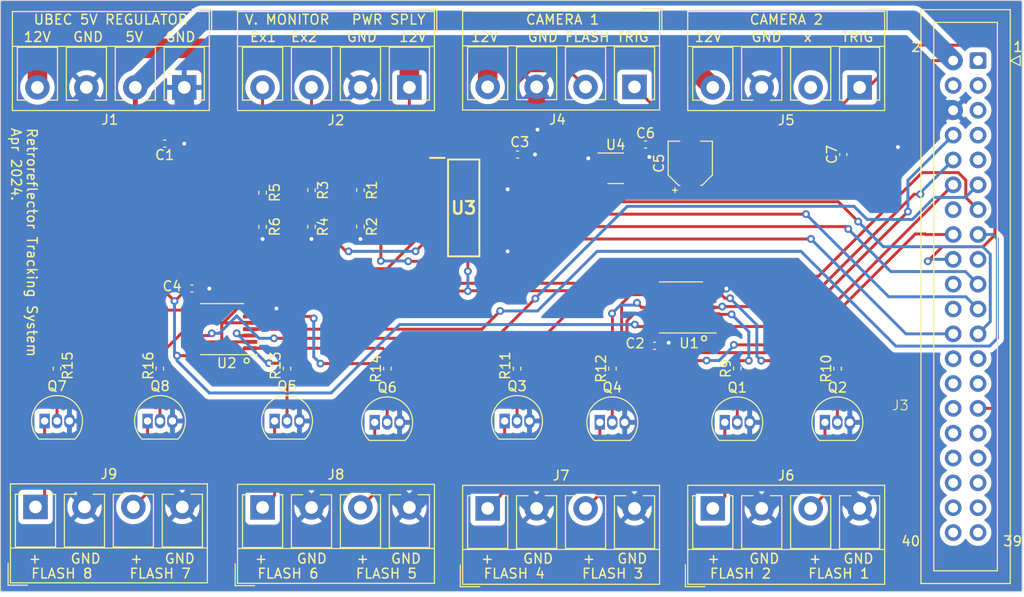
<source format=kicad_pcb>
(kicad_pcb (version 20221018) (generator pcbnew)
  (layers (0 "F.Cu" signal) (31 "B.Cu" signal) (34 "B.Paste" user) (35 "F.Paste" user) (36 "B.SilkS" user "B.Silkscreen") (37 "F.SilkS" user "F.Silkscreen") (38 "B.Mask" user) (39 "F.Mask" user) (44 "Edge.Cuts" user))
  (net 0 "")
  (net 1 "Net-(J1-Pin_2)")
  (net 2 "Net-(U3-Vref)")
  (net 3 "Net-(J1-Pin_4)")
  (net 4 "Net-(J2-Pin_3)")
  (net 5 "GND")
  (net 6 "Net-(J2-Pin_4)")
  (net 12 "Net-(J3-Pin_8)")
  (net 14 "Net-(J3-Pin_10)")
  (net 15 "Net-(J3-Pin_11)")
  (net 16 "Net-(J3-Pin_12)")
  (net 17 "Net-(J3-Pin_13)")
  (net 19 "Net-(J3-Pin_15)")
  (net 20 "Net-(J3-Pin_16)")
  (net 22 "Net-(J3-Pin_18)")
  (net 23 "Net-(J3-Pin_19)")
  (net 25 "Net-(J3-Pin_21)")
  (net 27 "Net-(J3-Pin_23)")
  (net 28 "Net-(J3-Pin_24)")
  (net 33 "Net-(J3-Pin_29)")
  (net 40 "Net-(R12-Pad2)")
  (net 46 "Net-(J4-Pin_2)")
  (net 48 "Net-(J6-Pin_1)")
  (net 49 "Net-(J6-Pin_3)")
  (net 50 "Net-(J7-Pin_1)")
  (net 51 "Net-(J7-Pin_3)")
  (net 52 "Net-(J8-Pin_1)")
  (net 53 "Net-(J8-Pin_3)")
  (net 54 "Net-(J9-Pin_1)")
  (net 55 "Net-(J9-Pin_3)")
  (net 56 "Net-(Q1-B)")
  (net 57 "Net-(Q2-B)")
  (net 58 "Net-(Q3-B)")
  (net 59 "Net-(Q4-B)")
  (net 60 "Net-(Q5-B)")
  (net 61 "Net-(Q6-B)")
  (net 62 "Net-(Q7-B)")
  (net 63 "Net-(Q8-B)")
  (net 64 "Net-(U3-CH7)")
  (net 65 "Net-(U3-CH6)")
  (net 66 "Net-(U3-CH5)")
  (net 67 "Net-(R9-Pad2)")
  (net 68 "Net-(R10-Pad2)")
  (net 69 "Net-(R11-Pad2)")
  (net 70 "Net-(R13-Pad2)")
  (net 71 "Net-(R14-Pad2)")
  (net 72 "Net-(R15-Pad2)")
  (net 73 "Net-(R16-Pad2)")
  (footprint "TerminalBlock_RND:TerminalBlock_RND_205-00278_1x04_P5.00mm_Vertical" (layer "F.Cu") (at 191 90.8)
    (fp_text reference "J7")
    (fp_text value "Screw_Terminal_01x04" hide)
  )
  (footprint "Capacitor_SMD:C_0402_1005Metric" (layer "F.Cu") (at 158 53.5 180)
    (fp_text reference "C1")
    (fp_text value "1uF")
  )
  (footprint "Package_TO_SOT_SMD:SOT-23-3" (layer "F.Cu") (at 204.078 56.018)
    (fp_text reference "U4")
    (fp_text value "MCP1541-TO")
  )
  (footprint "MCP3008_Project:SOIC127P600X175-16N" (layer "F.Cu") (at 188.55 60.075)
    (fp_text reference "U3")
    (fp_text value "MCP3008" hide)
  )
  (footprint "Resistor_SMD:R_0402_1005Metric" (layer "F.Cu") (at 180.75 76.5 90)
    (fp_text reference "R14")
    (fp_text value "560R")
  )
  (footprint "TerminalBlock_RND:TerminalBlock_RND_205-00278_1x04_P5.00mm_Vertical" (layer "F.Cu") (at 183 47.75 180)
    (fp_text reference "J2")
    (fp_text value "Screw_Terminal_01x04" hide)
  )
  (footprint "Resistor_SMD:R_0402_1005Metric" (layer "F.Cu") (at 203.75 76.5 90)
    (fp_text reference "R12")
    (fp_text value "560R")
  )
  (footprint "Package_TO_SOT_THT:TO-92_Inline" (layer "F.Cu") (at 202.46 82)
    (fp_text reference "Q4")
    (fp_text value "BC549")
  )
  (footprint "Capacitor_SMD:C_0402_1005Metric" (layer "F.Cu") (at 160.782 68.326)
    (fp_text reference "C4")
    (fp_text value "0.1uF" hide)
  )
  (footprint "Package_TO_SOT_THT:TO-92_Inline" (layer "F.Cu") (at 145.73 81.86)
    (fp_text reference "Q7")
    (fp_text value "BC549")
  )
  (footprint "Capacitor_SMD:C_0402_1005Metric" (layer "F.Cu") (at 208.054 74.168)
    (fp_text reference "C2")
    (fp_text value "0.1uF")
  )
  (footprint "TerminalBlock_RND:TerminalBlock_RND_205-00278_1x04_P5.00mm_Vertical" (layer "F.Cu") (at 144.8 90.65)
    (fp_text reference "J9")
    (fp_text value "Screw_Terminal_01x04" hide)
  )
  (footprint "Resistor_SMD:R_0402_1005Metric" (layer "F.Cu") (at 168 62.01 -90)
    (fp_text reference "R6")
    (fp_text value "56K")
  )
  (footprint "Package_TO_SOT_THT:TO-92_Inline" (layer "F.Cu") (at 179.46 82)
    (fp_text reference "Q6")
    (fp_text value "BC549")
  )
  (footprint "Resistor_SMD:R_0402_1005Metric" (layer "F.Cu") (at 178 58.26 -90)
    (fp_text reference "R1")
    (fp_text value "330K")
  )
  (footprint "Resistor_SMD:R_0402_1005Metric" (layer "F.Cu") (at 226.75 76.5 90)
    (fp_text reference "R10")
    (fp_text value "560R")
  )
  (footprint "Package_TO_SOT_THT:TO-92_Inline" (layer "F.Cu") (at 192.73 81.86)
    (fp_text reference "Q3")
    (fp_text value "BC549")
  )
  (footprint "TerminalBlock_RND:TerminalBlock_RND_205-00278_1x04_P5.00mm_Vertical" (layer "F.Cu") (at 160 47.75 180)
    (fp_text reference "J1")
    (fp_text value "Screw_Terminal_01x04" hide)
  )
  (footprint "Resistor_SMD:R_0402_1005Metric" (layer "F.Cu") (at 178 61.99 -90)
    (fp_text reference "R2")
    (fp_text value "56K")
  )
  (footprint "Resistor_SMD:R_0402_1005Metric" (layer "F.Cu") (at 173 58.26 -90)
    (fp_text reference "R3")
    (fp_text value "330K")
  )
  (footprint "Capacitor_SMD:C_0402_1005Metric" (layer "F.Cu") (at 207.126 53.594)
    (fp_text reference "C6")
    (fp_text value "0.1uF")
  )
  (footprint "Flipped_IDC_20x2:Flipped_IDC" (layer "F.Cu") (at 243.64 70.41)
    (fp_text reference "J3")
    (fp_text value "Conn_02x20_Odd_Even" hide)
  )
  (footprint "TerminalBlock_RND:TerminalBlock_RND_205-00278_1x04_P5.00mm_Vertical" (layer "F.Cu") (at 206 47.7 180)
    (fp_text reference "J4")
    (fp_text value "Screw_Terminal_01x04" hide)
  )
  (footprint "TerminalBlock_RND:TerminalBlock_RND_205-00278_1x04_P5.00mm_Vertical" (layer "F.Cu") (at 214 90.8)
    (fp_text reference "J6")
    (fp_text value "Screw_Terminal_01x04" hide)
  )
  (footprint "Resistor_SMD:R_0402_1005Metric" (layer "F.Cu") (at 170.5 76.5 90)
    (fp_text reference "R13")
    (fp_text value "560R")
  )
  (footprint "Package_TO_SOT_THT:TO-92_Inline" (layer "F.Cu") (at 169.23 81.86)
    (fp_text reference "Q5")
    (fp_text value "BC549")
  )
  (footprint "Package_SO:TSSOP-14_4.4x5mm_P0.65mm" (layer "F.Cu") (at 163.8625 72.472 180)
    (fp_text reference "U2")
    (fp_text value "74LS08")
  )
  (footprint "TerminalBlock_RND:TerminalBlock_RND_205-00278_1x04_P5.00mm_Vertical" (layer "F.Cu") (at 229 47.75 180)
    (fp_text reference "J5")
    (fp_text value "Screw_Terminal_01x04" hide)
  )
  (footprint "Package_SO:TSSOP-14_4.4x5mm_P0.65mm" (layer "F.Cu") (at 210.75 70.25 180)
    (fp_text reference "U1")
    (fp_text value "74LS08")
  )
  (footprint "Resistor_SMD:R_0402_1005Metric" (layer "F.Cu") (at 173 62 -90)
    (fp_text reference "R4")
    (fp_text value "56K")
  )
  (footprint "Resistor_SMD:R_0402_1005Metric" (layer "F.Cu") (at 168 58.51 -90)
    (fp_text reference "R5")
    (fp_text value "330K")
  )
  (footprint "Capacitor_SMD:C_0402_1005Metric" (layer "F.Cu") (at 227.33 54.61 90)
    (fp_text reference "C7")
    (fp_text value "0.1uF")
  )
  (footprint "Resistor_SMD:R_0402_1005Metric" (layer "F.Cu") (at 147 76.5 90)
    (fp_text reference "R15")
    (fp_text value "560R")
  )
  (footprint "Resistor_SMD:R_0402_1005Metric" (layer "F.Cu") (at 157.5 76.5 90)
    (fp_text reference "R16")
    (fp_text value "560R")
  )
  (footprint "Resistor_SMD:R_0402_1005Metric" (layer "F.Cu") (at 216.5 76.49 90)
    (fp_text reference "R9")
    (fp_text value "560R")
  )
  (footprint "Resistor_SMD:R_0402_1005Metric" (layer "F.Cu") (at 194 76.5 90)
    (fp_text reference "R11")
    (fp_text value "560R")
  )
  (footprint "Package_TO_SOT_THT:TO-92_Inline" (layer "F.Cu") (at 215.23 82)
    (fp_text reference "Q1")
    (fp_text value "BC549")
  )
  (footprint "Capacitor_SMD:CP_Elec_4x5.4" (layer "F.Cu") (at 211.698 55.51 90)
    (fp_text reference "C5")
    (fp_text value "10uF")
  )
  (footprint "Package_TO_SOT_THT:TO-92_Inline" (layer "F.Cu") (at 156.25 81.86)
    (fp_text reference "Q8")
    (fp_text value "BC549")
  )
  (footprint "Package_TO_SOT_THT:TO-92_Inline" (layer "F.Cu") (at 225.46 82)
    (fp_text reference "Q2")
    (fp_text value "BC549")
  )
  (footprint "TerminalBlock_RND:TerminalBlock_RND_205-00278_1x04_P5.00mm_Vertical" (layer "F.Cu") (at 168 90.7)
    (fp_text reference "J8")
    (fp_text value "Screw_Terminal_01x04" hide)
  )
  (footprint "Capacitor_SMD:C_0402_1005Metric" (layer "F.Cu") (at 194.056 54.61)
    (fp_text reference "C3")
    (fp_text value "0.1uF")
  )
  (gr_circle (center 213.106 73.406) (end 213.36 73.406) (stroke (width 0.15)) (fill none) (layer "F.SilkS"))
  (gr_circle (center 166.37 75.692) (end 166.624 75.692) (stroke (width 0.15)) (fill none) (layer "F.SilkS"))
  (gr_rect (start 141.224 38.862) (end 245.618 99.314) (stroke (width 0.1)) (fill none) (layer "Edge.Cuts"))
  (gr_rect (start 141.478 99.822) (end 141.478 99.822) (stroke (width 0.1)) (fill none) (layer "Edge.Cuts"))
  (gr_text "CAMERA 1" (at 194.818 41.402) (layer "F.SilkS") (effects (font (size 1 1)) (justify left bottom)))
  (gr_text "40" (at 233.172 94.742) (layer "F.SilkS") (effects (font (size 1 1)) (justify left bottom)))
  (gr_text "Retroreflector Tracking System\nApr 2024." (at 142.24 51.816 -90) (layer "F.SilkS") (effects (font (size 1 1)) (justify left bottom)))
  (gr_text " +    GND    +   GND" (at 189.484 96.52) (layer "F.SilkS") (effects (font (size 1 1)) (justify left bottom)))
  (gr_text "UBEC 5V REGULATOR" (at 144.526 41.402) (layer "F.SilkS") (effects (font (size 1 1)) (justify left bottom)))
  (gr_text "12V   GND   5V   GND" (at 143.51 43.18) (layer "F.SilkS") (effects (font (size 1 1)) (justify left bottom)))
  (gr_text " +    GND    +   GND" (at 212.598 96.52) (layer "F.SilkS") (effects (font (size 1 1)) (justify left bottom)))
  (gr_text "2" (at 234.188 44.196) (layer "F.SilkS") (effects (font (size 1 1)) (justify left bottom)))
  (gr_text "1" (at 244.602 44.196) (layer "F.SilkS") (effects (font (size 1 1)) (justify left bottom)))
  (gr_text "V. MONITOR   PWR SPLY" (at 166.116 41.402) (layer "F.SilkS") (effects (font (size 1 1)) (justify left bottom)))
  (gr_text " +    GND    +   GND" (at 166.37 96.52) (layer "F.SilkS") (effects (font (size 1 1)) (justify left bottom)))
  (gr_text "FLASH 8     FLASH 7" (at 144.272 98.044) (layer "F.SilkS") (effects (font (size 1 1)) (justify left bottom)))
  (gr_text " +    GND    +   GND" (at 143.256 96.52) (layer "F.SilkS") (effects (font (size 1 1)) (justify left bottom)))
  (gr_text " 12V    GND   x    TRIG" (at 211.299 43.18) (layer "F.SilkS") (effects (font (size 1 1)) (justify left bottom)))
  (gr_text "FLASH 6     FLASH 5" (at 167.386 98.044) (layer "F.SilkS") (effects (font (size 1 1)) (justify left bottom)))
  (gr_text "Ex1  Ex2    GND   12V  " (at 166.624 43.18) (layer "F.SilkS") (effects (font (size 1 1)) (justify left bottom)))
  (gr_text "FLASH 4     FLASH 3" (at 190.5 98.044) (layer "F.SilkS") (effects (font (size 1 1)) (justify left bottom)))
  (gr_text "39" (at 243.586 94.742) (layer "F.SilkS") (effects (font (size 1 1)) (justify left bottom)))
  (gr_text "FLASH 2     FLASH 1" (at 213.614 98.044) (layer "F.SilkS") (effects (font (size 1 1)) (justify left bottom)))
  (gr_text "CAMERA 2" (at 217.678 41.402) (layer "F.SilkS") (effects (font (size 1 1)) (justify left bottom)))
  (gr_text " 12V    GND FLASH TRIG" (at 188.439 43.18) (layer "F.SilkS") (effects (font (size 1 1)) (justify left bottom)))
  (segment (start 198.158325 53.47) (end 194.602325 53.47) (width 0.3) (layer "F.Cu") (net 1))
  (segment (start 236.45 45.01) (end 227.33 54.13) (width 0.3) (layer "F.Cu") (net 1))
  (segment (start 206.231 72.2) (end 206.0315 72.0005) (width 0.3) (layer "F.Cu") (net 1))
  (segment (start 206.646 54.5875) (end 206.646 52.462) (width 0.3) (layer "F.Cu") (net 1))
  (segment (start 206.872 56.018) (end 207.28 55.61) (width 0.3) (layer "F.Cu") (net 1))
  (segment (start 224.806 55.61) (end 226.286 54.13) (width 0.3) (layer "F.Cu") (net 1))
  (segment (start 194.602325 53.47) (end 193.576 54.496325) (width 0.3) (layer "F.Cu") (net 1))
  (segment (start 199.166325 52.462) (end 206.646 52.462) (width 0.3) (layer "F.Cu") (net 1))
  (segment (start 160.238 75.184) (end 161 74.422) (width 0.3) (layer "F.Cu") (net 1))
  (segment (start 159.258 75.184) (end 160.238 75.184) (width 0.3) (layer "F.Cu") (net 1))
  (segment (start 157.52 53.5) (end 157.52 68.112) (width 0.3) (layer "F.Cu") (net 1))
  (segment (start 199.166325 52.462) (end 198.158325 53.47) (width 0.3) (layer "F.Cu") (net 1))
  (segment (start 207.8875 72.2) (end 206.231 72.2) (width 0.3) (layer "F.Cu") (net 1))
  (segment (start 193.576 54.496325) (end 193.576 54.61) (width 0.3) (layer "F.Cu") (net 1))
  (segment (start 155 47.75) (end 155 50.98) (width 0.5) (layer "F.Cu") (net 1))
  (segment (start 207.8875 72.2) (end 207.574 72.5135) (width 0.3) (layer "F.Cu") (net 1))
  (segment (start 205.2155 56.018) (end 206.646 54.5875) (width 0.3) (layer "F.Cu") (net 1))
  (segment (start 238.56 45.01) (end 236.45 45.01) (width 0.3) (layer "F.Cu") (net 1))
  (segment (start 206.872 56.018) (end 205.2155 56.018) (width 0.3) (layer "F.Cu") (net 1))
  (segment (start 192.556 55.63) (end 193.576 54.61) (width 0.3) (layer "F.Cu") (net 1))
  (segment (start 191.25 55.63) (end 192.556 55.63) (width 0.3) (layer "F.Cu") (net 1))
  (segment (start 193.576 54.61) (end 193.576 54.723675) (width 0.3) (layer "F.Cu") (net 1))
  (segment (start 207.28 55.61) (end 224.806 55.61) (width 0.3) (layer "F.Cu") (net 1))
  (segment (start 159.004 69.596) (end 159.032 69.596) (width 0.3) (layer "F.Cu") (net 1))
  (segment (start 155 50.98) (end 157.52 53.5) (width 0.5) (layer "F.Cu") (net 1))
  (segment (start 157.52 68.112) (end 159.004 69.596) (width 0.3) (layer "F.Cu") (net 1))
  (segment (start 207.574 72.5135) (end 207.574 74.168) (width 0.3) (layer "F.Cu") (net 1))
  (segment (start 159.032 69.596) (end 160.302 68.326) (width 0.3) (layer "F.Cu") (net 1))
  (segment (start 226.286 54.13) (end 227.33 54.13) (width 0.3) (layer "F.Cu") (net 1))
  (via (at 206.0315 72.0005) (size 0.8) (drill 0.4) (layers "F.Cu" "B.Cu") (net 1))
  (via (at 159.004 69.596) (size 0.8) (drill 0.4) (layers "F.Cu" "B.Cu") (net 1))
  (via (at 159.258 75.184) (size 0.8) (drill 0.4) (layers "F.Cu" "B.Cu") (net 1))
  (segment (start 159.258 75.692) (end 159.258 75.184) (width 0.3) (layer "B.Cu") (net 1))
  (segment (start 181.9995 72.0005) (end 175.006 78.994) (width 0.3) (layer "B.Cu") (net 1))
  (segment (start 159.004 69.596) (end 159.004 73.914) (width 0.3) (layer "B.Cu") (net 1))
  (segment (start 161.856 40.894) (end 234.444 40.894) (width 2) (layer "B.Cu") (net 1))
  (segment (start 234.444 40.894) (end 238.56 45.01) (width 2) (layer "B.Cu") (net 1))
  (segment (start 155 47.75) (end 161.856 40.894) (width 2) (layer "B.Cu") (net 1))
  (segment (start 206.0315 72.0005) (end 181.9995 72.0005) (width 0.3) (layer "B.Cu") (net 1))
  (segment (start 159.004 73.914) (end 159.004 74.93) (width 0.3) (layer "B.Cu") (net 1))
  (segment (start 175.006 78.994) (end 162.56 78.994) (width 0.3) (layer "B.Cu") (net 1))
  (segment (start 159.004 74.93) (end 159.258 75.184) (width 0.3) (layer "B.Cu") (net 1))
  (segment (start 162.56 78.994) (end 159.258 75.692) (width 0.3) (layer "B.Cu") (net 1))
  (segment (start 211.698 57.31) (end 211.356 56.968) (width 0.3) (layer "F.Cu") (net 2))
  (segment (start 211.356 56.968) (end 202.9405 56.968) (width 0.3) (layer "F.Cu") (net 2))
  (segment (start 192.6 56.968) (end 192.532 56.9) (width 0.3) (layer "F.Cu") (net 2))
  (segment (start 203.023 57.0125) (end 203.073 57.0625) (width 0.5) (layer "F.Cu") (net 2))
  (segment (start 211.3605 57.0625) (end 211.4605 57.1625) (width 0.5) (layer "F.Cu") (net 2))
  (segment (start 192.532 56.9) (end 191.25 56.9) (width 0.3) (layer "F.Cu") (net 2))
  (segment (start 202.9405 56.968) (end 192.6 56.968) (width 0.3) (layer "F.Cu") (net 2))
  (segment (start 210 43.75) (end 189.992 43.75) (width 2) (layer "F.Cu") (net 3))
  (segment (start 178 57.75) (end 183 52.75) (width 0.3) (layer "F.Cu") (net 3))
  (segment (start 179.832 43.75) (end 146.75 43.75) (width 2) (layer "F.Cu") (net 3))
  (segment (start 145 45.5) (end 145 47.75) (width 2) (layer "F.Cu") (net 3))
  (segment (start 183 47.75) (end 183 45) (width 2) (layer "F.Cu") (net 3))
  (segment (start 183 52.75) (end 183 47.75) (width 0.3) (layer "F.Cu") (net 3))
  (segment (start 181.75 43.75) (end 179.832 43.75) (width 2) (layer "F.Cu") (net 3))
  (segment (start 214 47.75) (end 210 43.75) (width 2) (layer "F.Cu") (net 3))
  (segment (start 191 44.758) (end 189.992 43.75) (width 2) (layer "F.Cu") (net 3))
  (segment (start 183 45) (end 181.75 43.75) (width 2) (layer "F.Cu") (net 3))
  (segment (start 146.75 43.75) (end 145 45.5) (width 2) (layer "F.Cu") (net 3))
  (segment (start 189.992 43.75) (end 179.832 43.75) (width 2) (layer "F.Cu") (net 3))
  (segment (start 191 47.7) (end 191 44.758) (width 2) (layer "F.Cu") (net 3))
  (segment (start 173 57.75) (end 173 47.75) (width 0.3) (layer "F.Cu") (net 4))
  (segment (start 178 63.25) (end 178 62.5) (width 0.3) (layer "F.Cu") (net 5))
  (segment (start 195.27 81.86) (end 195.27 90.07) (width 0.3) (layer "F.Cu") (net 5))
  (segment (start 213.6125 68.3) (end 215.366 68.3) (width 0.3) (layer "F.Cu") (net 5))
  (segment (start 166.725 70.522) (end 169.254 70.522) (width 0.3) (layer "F.Cu") (net 5))
  (segment (start 211.698 53.71) (end 210.058 53.71) (width 0.3) (layer "F.Cu") (net 5))
  (segment (start 158.79 81.86) (end 158.79 89.64) (width 0.3) (layer "F.Cu") (net 5))
  (segment (start 208.534 74.168) (end 209.296 74.168) (width 0.3) (layer "F.Cu") (net 5))
  (segment (start 231.676 55.09) (end 232.918 53.848) (width 0.3) (layer "F.Cu") (net 5))
  (segment (start 209.55 73.914) (end 209.492668 73.856668) (width 0.3) (layer "F.Cu") (net 5))
  (segment (start 228 82) (end 228 89.8) (width 0.3) (layer "F.Cu") (net 5))
  (segment (start 171.77 81.86) (end 171.77 89.47) (width 0.3) (layer "F.Cu") (net 5))
  (segment (start 194.536 54.61) (end 195.834 54.61) (width 0.3) (layer "F.Cu") (net 5))
  (segment (start 169.254 70.522) (end 169.418 70.358) (width 0.3) (layer "F.Cu") (net 5))
  (segment (start 191.254 58.166) (end 191.25 58.17) (width 0.3) (layer "F.Cu") (net 5))
  (segment (start 201.35 55.068) (end 201.284 55.002) (width 0.3) (layer "F.Cu") (net 5))
  (segment (start 196 47.7) (end 196 51.982) (width 2) (layer "F.Cu") (net 5))
  (segment (start 168 62.52) (end 168 63.25) (width 0.3) (layer "F.Cu") (net 5))
  (segment (start 209.942 53.594) (end 210.058 53.71) (width 0.3) (layer "F.Cu") (net 5))
  (segment (start 207.606 54.7725) (end 207.518 54.8605) (width 0.3) (layer "F.Cu") (net 5))
  (segment (start 210.058 53.71) (end 209.898 53.71) (width 0.3) (layer "F.Cu") (net 5))
  (segment (start 195.27 90.07) (end 196 90.8) (width 0.3) (layer "F.Cu") (net 5))
  (segment (start 196 51.982) (end 196.088 52.07) (width 2) (layer "F.Cu") (net 5))
  (segment (start 158.79 89.64) (end 159.8 90.65) (width 0.3) (layer "F.Cu") (net 5))
  (segment (start 161.262 68.326) (end 162.56 68.326) (width 0.3) (layer "F.Cu") (net 5))
  (segment (start 228 89.8) (end 229 90.8) (width 0.3) (layer "F.Cu") (net 5))
  (segment (start 217.77 89.57) (end 219 90.8) (width 0.3) (layer "F.Cu") (net 5))
  (segment (start 148.27 89.12) (end 149.8 90.65) (width 0.3) (layer "F.Cu") (net 5))
  (segment (start 191.27 64.5) (end 191.25 64.52) (width 0.3) (layer "F.Cu") (net 5))
  (segment (start 171.77 89.47) (end 173 90.7) (width 0.3) (layer "F.Cu") (net 5))
  (segment (start 191.25 64.52) (end 193.036 64.52) (width 0.3) (layer "F.Cu") (net 5))
  (segment (start 207.606 53.594) (end 207.606 54.7725) (width 0.3) (layer "F.Cu") (net 5))
  (segment (start 177.28 48.47) (end 178 47.75) (width 0.3) (layer "F.Cu") (net 5))
  (segment (start 158.48 53.5) (end 160 53.5) (width 0.5) (layer "F.Cu") (net 5))
  (segment (start 182 89.7) (end 183 90.7) (width 0.3) (layer "F.Cu") (net 5))
  (segment (start 217.77 82) (end 217.77 89.57) (width 0.3) (layer "F.Cu") (net 5))
  (segment (start 182 82) (end 182 89.7) (width 0.3) (layer "F.Cu") (net 5))
  (segment (start 205 82) (end 205 89.8) (width 0.3) (layer "F.Cu") (net 5))
  (segment (start 209.296 74.168) (end 209.55 73.914) (width 0.3) (layer "F.Cu") (net 5))
  (segment (start 207.606 53.594) (end 209.942 53.594) (width 0.3) (layer "F.Cu") (net 5))
  (segment (start 148.27 81.86) (end 148.27 89.12) (width 0.3) (layer "F.Cu") (net 5))
  (segment (start 205 89.8) (end 206 90.8) (width 0.3) (layer "F.Cu") (net 5))
  (segment (start 193.036 64.52) (end 193.04 64.516) (width 0.3) (layer "F.Cu") (net 5))
  (segment (start 202.9405 55.068) (end 201.35 55.068) (width 0.3) (layer "F.Cu") (net 5))
  (segment (start 227.33 55.09) (end 231.676 55.09) (width 0.3) (layer "F.Cu") (net 5))
  (segment (start 215.366 68.3) (end 215.392 68.326) (width 0.3) (layer "F.Cu") (net 5))
  (segment (start 173 63.25) (end 173 62.51) (width 0.3) (layer "F.Cu") (net 5))
  (segment (start 193.04 58.166) (end 191.254 58.166) (width 0.3) (layer "F.Cu") (net 5))
  (via (at 168 63.25) (size 0.8) (drill 0.4) (layers "F.Cu" "B.Cu") (net 5))
  (via (at 215.392 68.326) (size 0.8) (drill 0.4) (layers "F.Cu" "B.Cu") (net 5))
  (via (at 160 53.5) (size 0.8) (drill 0.4) (layers "F.Cu" "B.Cu") (net 5))
  (via (at 196.088 52.07) (size 0.8) (drill 0.4) (layers "F.Cu" "B.Cu") (net 5))
  (via (at 209.492668 73.856668) (size 0.8) (drill 0.4) (layers "F.Cu" "B.Cu") (net 5))
  (via (at 169.418 70.358) (size 0.8) (drill 0.4) (layers "F.Cu" "B.Cu") (net 5))
  (via (at 232.918 53.848) (size 0.8) (drill 0.4) (layers "F.Cu" "B.Cu") (net 5))
  (via (at 201.284 55.002) (size 0.8) (drill 0.4) (layers "F.Cu" "B.Cu") (net 5))
  (via (at 162.56 68.326) (size 0.8) (drill 0.4) (layers "F.Cu" "B.Cu") (net 5))
  (via (at 193.04 64.516) (size 0.8) (drill 0.4) (layers "F.Cu" "B.Cu") (net 5))
  (via (at 195.834 54.61) (size 0.8) (drill 0.4) (layers "F.Cu" "B.Cu") (net 5))
  (via (at 193.04 58.166) (size 0.8) (drill 0.4) (layers "F.Cu" "B.Cu") (net 5))
  (via (at 173 63.25) (size 0.8) (drill 0.4) (layers "F.Cu" "B.Cu") (net 5))
  (via (at 178 63.25) (size 0.8) (drill 0.4) (layers "F.Cu" "B.Cu") (net 5))
  (via (at 207.518 54.8605) (size 0.8) (drill 0.4) (layers "F.Cu" "B.Cu") (net 5))
  (segment (start 219 47.75) (end 219 51.764) (width 2) (layer "B.Cu") (net 5))
  (segment (start 207.518 54.8605) (end 206.2515 54.8605) (width 0.3) (layer "B.Cu") (net 5))
  (segment (start 201.284 55.002) (end 199.02 55.002) (width 0.3) (layer "B.Cu") (net 5))
  (segment (start 168 63.25) (end 173 63.25) (width 0.3) (layer "B.Cu") (net 5))
  (segment (start 226.5 88.3) (end 229 90.8) (width 2) (layer "B.Cu") (net 5))
  (segment (start 196 90.8) (end 198.5 88.3) (width 2) (layer "B.Cu") (net 5))
  (segment (start 157.3 88.15) (end 159.8 90.65) (width 2) (layer "B.Cu") (net 5))
  (segment (start 209.492668 73.856668) (end 209.861332 73.856668) (width 0.3) (layer "B.Cu") (net 5))
  (segment (start 199.02 55.002) (end 196.088 52.07) (width 0.3) (layer "B.Cu") (net 5))
  (segment (start 168 63.25) (end 160 55.25) (width 0.3) (layer "B.Cu") (net 5))
  (segment (start 195.834 55.372) (end 193.04 58.166) (width 0.3) (layer "B.Cu") (net 5))
  (segment (start 149.8 90.65) (end 152.3 88.15) (width 2) (layer "B.Cu") (net 5))
  (segment (start 206.11 55.002) (end 201.284 55.002) (width 0.3) (layer "B.Cu") (net 5))
  (segment (start 206.2515 54.8605) (end 206.11 55.002) (width 0.3) (layer "B.Cu") (net 5))
  (segment (start 159.25 51) (end 151 51) (width 2) (layer "B.Cu") (net 5))
  (segment (start 170.5 88.2) (end 173 90.7) (width 2) (layer "B.Cu") (net 5))
  (segment (start 150 47.75) (end 150 90.45) (width 2) (layer "B.Cu") (net 5))
  (segment (start 185.4 88.3) (end 193.5 88.3) (width 2) (layer "B.Cu") (net 5))
  (segment (start 215.915094 68.326) (end 222.758 75.168906) (width 0.3) (layer "B.Cu") (net 5))
  (segment (start 173 63.25) (end 178 63.25) (width 0.3) (layer "B.Cu") (net 5))
  (segment (start 160.5 52.25) (end 159.25 51) (width 2) (layer "B.Cu") (net 5))
  (segment (start 178 52.25) (end 160.5 52.25) (width 2) (layer "B.Cu") (net 5))
  (segment (start 162.56 68.326) (end 167.636 63.25) (width 0.3) (layer "B.Cu") (net 5))
  (segment (start 173 90.7) (end 175.5 88.2) (width 2) (layer "B.Cu") (net 5))
  (segment (start 238.558 50.09) (end 238.506 50.038) (width 2) (layer "B.Cu") (net 5))
  (segment (start 160 53.5) (end 160 47.75) (width 0.5) (layer "B.Cu") (net 5))
  (segment (start 230.834 51.764) (end 232.918 53.848) (width 2) (layer "B.Cu") (net 5))
  (segment (start 167.636 63.25) (end 168 63.25) (width 0.3) (layer "B.Cu") (net 5))
  (segment (start 150 50) (end 150 47.75) (width 2) (layer "B.Cu") (net 5))
  (segment (start 150 90.45) (end 149.8 90.65) (width 2) (layer "B.Cu") (net 5))
  (segment (start 209.861332 73.856668) (end 215.392 68.326) (width 0.3) (layer "B.Cu") (net 5))
  (segment (start 215.392 68.326) (end 215.915094 68.326) (width 0.3) (layer "B.Cu") (net 5))
  (segment (start 221.5 88.3) (end 222.758 88.3) (width 2) (layer "B.Cu") (net 5))
  (segment (start 178 52.25) (end 195.908 52.25) (width 2) (layer "B.Cu") (net 5))
  (segment (start 193.04 64.516) (end 193.04 58.166) (width 0.3) (layer "B.Cu") (net 5))
  (segment (start 195.834 54.61) (end 195.834 52.324) (width 0.3) (layer "B.Cu") (net 5))
  (segment (start 216.5 88.3) (end 219 90.8) (width 2) (layer "B.Cu") (net 5))
  (segment (start 219 51.764) (end 196.394 51.764) (width 2) (layer "B.Cu") (net 5))
  (segment (start 180.5 88.2) (end 183 90.7) (width 2) (layer "B.Cu") (net 5))
  (segment (start 160 50.25) (end 159.25 51) (width 2) (layer "B.Cu") (net 5))
  (segment (start 160 55.25) (end 160 53.5) (width 0.3) (layer "B.Cu") (net 5))
  (segment (start 183 90.7) (end 185.4 88.3) (width 2) (layer "B.Cu") (net 5))
  (segment (start 195.834 52.324) (end 196.088 52.07) (width 0.3) (layer "B.Cu") (net 5))
  (segment (start 175.5 88.2) (end 180.5 88.2) (width 2) (layer "B.Cu") (net 5))
  (segment (start 159.8 90.65) (end 162.25 88.2) (width 2) (layer "B.Cu") (net 5))
  (segment (start 208.5 88.3) (end 216.5 88.3) (width 2) (layer "B.Cu") (net 5))
  (segment (start 169.418 64.668) (end 168 63.25) (width 0.3) (layer "B.Cu") (net 5))
  (segment (start 195.834 54.61) (end 195.834 55.372) (width 0.3) (layer "B.Cu") (net 5))
  (segment (start 236.728 50.038) (end 232.918 53.848) (width 2) (layer "B.Cu") (net 5))
  (segment (start 160 47.75) (end 160 50.25) (width 2) (layer "B.Cu") (net 5))
  (segment (start 238.56 50.09) (end 238.558 50.09) (width 2) (layer "B.Cu") (net 5))
  (segment (start 198.5 88.3) (end 203.5 88.3) (width 2) (layer "B.Cu") (net 5))
  (segment (start 151 51) (end 150 50) (width 2) (layer "B.Cu") (net 5))
  (segment (start 222.758 75.168906) (end 222.758 88.3) (width 0.3) (layer "B.Cu") (net 5))
  (segment (start 219 51.764) (end 230.834 51.764) (width 2) (layer "B.Cu") (net 5))
  (segment (start 195.908 52.25) (end 196.088 52.07) (width 2) (layer "B.Cu") (net 5))
  (segment (start 222.758 88.3) (end 226.5 88.3) (width 2) (layer "B.Cu") (net 5))
  (segment (start 162.25 88.2) (end 170.5 88.2) (width 2) (layer "B.Cu") (net 5))
  (segment (start 169.418 70.358) (end 169.418 64.668) (width 0.3) (layer "B.Cu") (net 5))
  (segment (start 196.394 51.764) (end 196.088 52.07) (width 2) (layer "B.Cu") (net 5))
  (segment (start 203.5 88.3) (end 206 90.8) (width 2) (layer "B.Cu") (net 5))
  (segment (start 238.506 50.038) (end 236.728 50.038) (width 2) (layer "B.Cu") (net 5))
  (segment (start 206 90.8) (end 208.5 88.3) (width 2) (layer "B.Cu") (net 5))
  (segment (start 193.5 88.3) (end 196 90.8) (width 2) (layer "B.Cu") (net 5))
  (segment (start 152.3 88.15) (end 157.3 88.15) (width 2) (layer "B.Cu") (net 5))
  (segment (start 219 90.8) (end 221.5 88.3) (width 2) (layer "B.Cu") (net 5))
  (segment (start 218.948 51.816) (end 219 51.764) (width 2) (layer "B.Cu") (net 5))
  (segment (start 168 58) (end 168 47.75) (width 0.3) (layer "F.Cu") (net 6))
  (segment (start 213.6125 72.2) (end 222.186 72.2) (width 0.3) (layer "F.Cu") (net 12))
  (segment (start 222.186 72.2) (end 233.934 60.452) (width 0.3) (layer "F.Cu") (net 12))
  (via (at 233.934 60.452) (size 0.8) (drill 0.4) (layers "F.Cu" "B.Cu") (net 12))
  (segment (start 233.934 57.256) (end 238.56 52.63) (width 0.3) (layer "B.Cu") (net 12))
  (segment (start 233.934 60.452) (end 233.934 57.256) (width 0.3) (layer "B.Cu") (net 12))
  (segment (start 214.963248 70.158615) (end 214.871863 70.25) (width 0.3) (layer "F.Cu") (net 14))
  (segment (start 235.204 58.674) (end 234.580629 58.674) (width 0.3) (layer "F.Cu") (net 14))
  (segment (start 234.580629 58.674) (end 223.096014 70.158615) (width 0.3) (layer "F.Cu") (net 14))
  (segment (start 223.096014 70.158615) (end 214.963248 70.158615) (width 0.3) (layer "F.Cu") (net 14))
  (segment (start 214.871863 70.25) (end 213.6125 70.25) (width 0.3) (layer "F.Cu") (net 14))
  (via (at 214.963248 70.158615) (size 0.8) (drill 0.4) (layers "F.Cu" "B.Cu") (net 14))
  (via (at 235.204 58.674) (size 0.8) (drill 0.4) (layers "F.Cu" "B.Cu") (net 14))
  (segment (start 235.204 58.526) (end 235.204 58.674) (width 0.3) (layer "B.Cu") (net 14))
  (segment (start 238.56 55.17) (end 235.204 58.526) (width 0.3) (layer "B.Cu") (net 14))
  (segment (start 214.884 70.237863) (end 214.963248 70.158615) (width 0.3) (layer "B.Cu") (net 14))
  (segment (start 214.884 70.358) (end 214.884 70.237863) (width 0.3) (layer "B.Cu") (net 14))
  (segment (start 191.801636 73.406) (end 195.834 69.373636) (width 0.3) (layer "F.Cu") (net 15))
  (segment (start 169.164 73.406) (end 191.801636 73.406) (width 0.3) (layer "F.Cu") (net 15))
  (segment (start 161 73.122) (end 162.59 73.122) (width 0.3) (layer "F.Cu") (net 15))
  (segment (start 162.59 73.122) (end 162.814 72.898) (width 0.3) (layer "F.Cu") (net 15))
  (segment (start 195.834 69.373636) (end 195.834 69.342) (width 0.3) (layer "F.Cu") (net 15))
  (via (at 195.871328 69.341225) (size 0.8) (drill 0.4) (layers "F.Cu" "B.Cu") (net 15))
  (via (at 169.164 73.406) (size 0.8) (drill 0.4) (layers "F.Cu" "B.Cu") (net 15))
  (via (at 162.814 72.898) (size 0.8) (drill 0.4) (layers "F.Cu" "B.Cu") (net 15))
  (segment (start 195.834775 69.341225) (end 195.871328 69.341225) (width 0.3) (layer "B.Cu") (net 15))
  (segment (start 239.81 59) (end 236.656 59) (width 0.3) (layer "B.Cu") (net 15))
  (segment (start 236.656 59) (end 234.404 61.252) (width 0.3) (layer "B.Cu") (net 15))
  (segment (start 165.354 71.12) (end 167.64 73.406) (width 0.3) (layer "B.Cu") (net 15))
  (segment (start 241.1 57.71) (end 239.81 59) (width 0.3) (layer "B.Cu") (net 15))
  (segment (start 162.814 72.898) (end 163.576 72.898) (width 0.3) (layer "B.Cu") (net 15))
  (segment (start 229.769371 61.252) (end 228.423371 59.906) (width 0.3) (layer "B.Cu") (net 15))
  (segment (start 234.404 61.252) (end 229.769371 61.252) (width 0.3) (layer "B.Cu") (net 15))
  (segment (start 167.64 73.406) (end 169.164 73.406) (width 0.3) (layer "B.Cu") (net 15))
  (segment (start 205.27 59.906) (end 195.834775 69.341225) (width 0.3) (layer "B.Cu") (net 15))
  (segment (start 163.576 72.898) (end 165.354 71.12) (width 0.3) (layer "B.Cu") (net 15))
  (segment (start 228.423371 59.906) (end 205.27 59.906) (width 0.3) (layer "B.Cu") (net 15))
  (segment (start 204.6815 73.126993) (end 204.6815 69.8925) (width 0.3) (layer "F.Cu") (net 16))
  (segment (start 204.6815 69.8925) (end 205.624 68.95) (width 0.3) (layer "F.Cu") (net 16))
  (segment (start 222.1915 74.0785) (end 238.56 57.71) (width 0.3) (layer "F.Cu") (net 16))
  (segment (start 216.154 74.0785) (end 222.1915 74.0785) (width 0.3) (layer "F.Cu") (net 16))
  (segment (start 207.246507 75.692) (end 204.6815 73.126993) (width 0.3) (layer "F.Cu") (net 16))
  (segment (start 213.36 75.6775) (end 213.3455 75.692) (width 0.3) (layer "F.Cu") (net 16))
  (segment (start 205.624 68.95) (end 207.8875 68.95) (width 0.3) (layer "F.Cu") (net 16))
  (segment (start 213.3455 75.692) (end 207.246507 75.692) (width 0.3) (layer "F.Cu") (net 16))
  (via (at 213.36 75.6775) (size 0.8) (drill 0.4) (layers "F.Cu" "B.Cu") (net 16))
  (via (at 216.154 74.0785) (size 0.8) (drill 0.4) (layers "F.Cu" "B.Cu") (net 16))
  (segment (start 216.154 74.168) (end 216.154 74.0785) (width 0.3) (layer "B.Cu") (net 16))
  (segment (start 213.36 75.6775) (end 214.6445 75.6775) (width 0.3) (layer "B.Cu") (net 16))
  (segment (start 214.6445 75.6775) (end 216.154 74.168) (width 0.3) (layer "B.Cu") (net 16))
  (segment (start 165.118607 67.776) (end 202.718182 67.776) (width 0.3) (layer "F.Cu") (net 17))
  (segment (start 224.79 67.056) (end 235.386 56.46) (width 0.3) (layer "F.Cu") (net 17))
  (segment (start 161.794607 71.172) (end 161 71.172) (width 0.3) (layer "F.Cu") (net 17))
  (segment (start 239.85 59) (end 241.1 60.25) (width 0.3) (layer "F.Cu") (net 17))
  (segment (start 165.118607 67.848) (end 161.794607 71.172) (width 0.3) (layer "F.Cu") (net 17))
  (segment (start 165.118607 67.776) (end 165.118607 67.848) (width 0.3) (layer "F.Cu") (net 17))
  (segment (start 203.438182 67.056) (end 224.79 67.056) (width 0.3) (layer "F.Cu") (net 17))
  (segment (start 235.386 56.46) (end 239.077767 56.46) (width 0.3) (layer "F.Cu") (net 17))
  (segment (start 239.077767 56.46) (end 239.85 57.232233) (width 0.3) (layer "F.Cu") (net 17))
  (segment (start 202.718182 67.776) (end 203.438182 67.056) (width 0.3) (layer "F.Cu") (net 17))
  (segment (start 239.85 57.232233) (end 239.85 59) (width 0.3) (layer "F.Cu") (net 17))
  (segment (start 166.725 72.472) (end 190.418 72.472) (width 0.3) (layer "F.Cu") (net 19))
  (segment (start 190.418 72.472) (end 192.278 70.612) (width 0.3) (layer "F.Cu") (net 19))
  (via (at 192.278 70.612) (size 0.8) (drill 0.4) (layers "F.Cu" "B.Cu") (net 19))
  (segment (start 223.012 64.516) (end 232.696 74.2) (width 0.3) (layer "B.Cu") (net 19))
  (segment (start 202.184 64.516) (end 223.012 64.516) (width 0.3) (layer "B.Cu") (net 19))
  (segment (start 242.284 74.2) (end 243.078 73.406) (width 0.3) (layer "B.Cu") (net 19))
  (segment (start 243.078 73.406) (end 243.078 63.246) (width 0.3) (layer "B.Cu") (net 19))
  (segment (start 192.278 70.612) (end 196.088 70.612) (width 0.3) (layer "B.Cu") (net 19))
  (segment (start 232.696 74.2) (end 242.284 74.2) (width 0.3) (layer "B.Cu") (net 19))
  (segment (start 242.622 62.79) (end 241.1 62.79) (width 0.3) (layer "B.Cu") (net 19))
  (segment (start 196.088 70.612) (end 202.184 64.516) (width 0.3) (layer "B.Cu") (net 19))
  (segment (start 243.078 63.246) (end 242.622 62.79) (width 0.3) (layer "B.Cu") (net 19))
  (segment (start 205.2315 71.6285) (end 205.2315 72.899175) (width 0.3) (layer "F.Cu") (net 20))
  (segment (start 235.712 62.738) (end 235.764 62.79) (width 0.3) (layer "F.Cu") (net 20))
  (segment (start 205.96 70.9) (end 205.2315 71.6285) (width 0.3) (layer "F.Cu") (net 20))
  (segment (start 234.696 62.738) (end 235.712 62.738) (width 0.3) (layer "F.Cu") (net 20))
  (segment (start 207.8875 70.9) (end 205.96 70.9) (width 0.3) (layer "F.Cu") (net 20))
  (segment (start 222.556 74.878) (end 234.696 62.738) (width 0.3) (layer "F.Cu") (net 20))
  (segment (start 235.764 62.79) (end 238.56 62.79) (width 0.3) (layer "F.Cu") (net 20))
  (segment (start 205.2315 72.899175) (end 207.210325 74.878) (width 0.3) (layer "F.Cu") (net 20))
  (segment (start 207.210325 74.878) (end 222.556 74.878) (width 0.3) (layer "F.Cu") (net 20))
  (segment (start 237.458 64.04) (end 241.617767 64.04) (width 0.3) (layer "F.Cu") (net 22))
  (segment (start 234.188 43.434) (end 229.872 47.75) (width 0.3) (layer "F.Cu") (net 22))
  (segment (start 242.824 62.833767) (end 242.824 43.434) (width 0.3) (layer "F.Cu") (net 22))
  (segment (start 229.872 47.75) (end 229 47.75) (width 0.3) (layer "F.Cu") (net 22))
  (segment (start 242.824 43.434) (end 234.188 43.434) (width 0.3) (layer "F.Cu") (net 22))
  (segment (start 241.617767 64.04) (end 242.824 62.833767) (width 0.3) (layer "F.Cu") (net 22))
  (segment (start 229 47.75) (end 226.712 50.038) (width 0.3) (layer "F.Cu") (net 22))
  (segment (start 226.712 50.038) (end 208.338 50.038) (width 0.3) (layer "F.Cu") (net 22))
  (segment (start 208.338 50.038) (end 206 47.7) (width 0.3) (layer "F.Cu") (net 22))
  (segment (start 235.966 65.532) (end 237.458 64.04) (width 0.3) (layer "F.Cu") (net 22))
  (via (at 235.966 65.532) (size 0.8) (drill 0.4) (layers "F.Cu" "B.Cu") (net 22))
  (segment (start 238.56 65.33) (end 236.168 65.33) (width 0.3) (layer "B.Cu") (net 22))
  (segment (start 236.168 65.33) (end 235.966 65.532) (width 0.3) (layer "B.Cu") (net 22))
  (segment (start 227.838 62.23) (end 227.588 61.98) (width 0.3) (layer "F.Cu") (net 23))
  (segment (start 227.588 61.98) (end 191.25 61.98) (width 0.3) (layer "F.Cu") (net 23))
  (via (at 227.838 62.23) (size 0.8) (drill 0.4) (layers "F.Cu" "B.Cu") (net 23))
  (segment (start 232.188 66.58) (end 227.838 62.23) (width 0.3) (layer "B.Cu") (net 23))
  (segment (start 239.81 66.58) (end 232.188 66.58) (width 0.3) (layer "B.Cu") (net 23))
  (segment (start 239.81 66.58) (end 241.1 67.87) (width 0.3) (layer "B.Cu") (net 23))
  (segment (start 223.516 60.71) (end 191.25 60.71) (width 0.3) (layer "F.Cu") (net 25))
  (segment (start 223.52 60.706) (end 223.516 60.71) (width 0.3) (layer "F.Cu") (net 25))
  (via (at 223.52 60.706) (size 0.8) (drill 0.4) (layers "F.Cu" "B.Cu") (net 25))
  (segment (start 231.974 69.16) (end 223.52 60.706) (width 0.3) (layer "B.Cu") (net 25))
  (segment (start 241.1 70.41) (end 239.85 69.16) (width 0.3) (layer "B.Cu") (net 25))
  (segment (start 239.85 69.16) (end 231.974 69.16) (width 0.3) (layer "B.Cu") (net 25))
  (segment (start 191.25 59.44) (end 226.826 59.44) (width 0.3) (layer "F.Cu") (net 27))
  (segment (start 226.826 59.44) (end 228.854 61.468) (width 0.3) (layer "F.Cu") (net 27))
  (via (at 228.854 61.468) (size 0.8) (drill 0.4) (layers "F.Cu" "B.Cu") (net 27))
  (segment (start 241.577767 64.04) (end 242.35 64.812233) (width 0.3) (layer "B.Cu") (net 27))
  (segment (start 231.426 64.04) (end 241.577767 64.04) (width 0.3) (layer "B.Cu") (net 27))
  (segment (start 242.35 64.812233) (end 242.35 71.7) (width 0.3) (layer "B.Cu") (net 27))
  (segment (start 228.854 61.468) (end 231.426 64.04) (width 0.3) (layer "B.Cu") (net 27))
  (segment (start 242.35 71.7) (end 241.1 72.95) (width 0.3) (layer "B.Cu") (net 27))
  (segment (start 191.25 63.25) (end 224.024 63.25) (width 0.3) (layer "F.Cu") (net 28))
  (segment (start 224.024 63.25) (end 224.028 63.246) (width 0.3) (layer "F.Cu") (net 28))
  (via (at 224.028 63.246) (size 0.8) (drill 0.4) (layers "F.Cu" "B.Cu") (net 28))
  (segment (start 233.732 72.95) (end 238.56 72.95) (width 0.3) (layer "B.Cu") (net 28))
  (segment (start 224.028 63.246) (end 233.732 72.95) (width 0.3) (layer "B.Cu") (net 28))
  (segment (start 242.622 80.57) (end 241.1 80.57) (width 0.3) (layer "F.Cu") (net 33))
  (segment (start 243.586 94.234) (end 243.586 81.534) (width 0.3) (layer "F.Cu") (net 33))
  (segment (start 233.426 93.472) (end 236.22 96.266) (width 0.3) (layer "F.Cu") (net 33))
  (segment (start 241.554 96.266) (end 243.586 94.234) (width 0.3) (layer "F.Cu") (net 33))
  (segment (start 243.586 81.534) (end 242.622 80.57) (width 0.3) (layer "F.Cu") (net 33))
  (segment (start 187.706 93.472) (end 233.426 93.472) (width 0.3) (layer "F.Cu") (net 33))
  (segment (start 180.258604 74.422) (end 187.706 81.869396) (width 0.3) (layer "F.Cu") (net 33))
  (segment (start 166.725 74.422) (end 180.258604 74.422) (width 0.3) (layer "F.Cu") (net 33))
  (segment (start 187.706 81.869396) (end 187.706 93.472) (width 0.3) (layer "F.Cu") (net 33))
  (segment (start 236.22 96.266) (end 241.554 96.266) (width 0.3) (layer "F.Cu") (net 33))
  (segment (start 206.731665 70.25) (end 207.8875 70.25) (width 0.3) (layer "F.Cu") (net 40))
  (segment (start 203.75 75.99) (end 203.75 70.908) (width 0.3) (layer "F.Cu") (net 40))
  (segment (start 206.262242 69.780577) (end 206.731665 70.25) (width 0.3) (layer "F.Cu") (net 40))
  (segment (start 203.75 70.908) (end 203.708 70.866) (width 0.3) (layer "F.Cu") (net 40))
  (via (at 203.708 70.866) (size 0.8) (drill 0.4) (layers "F.Cu" "B.Cu") (net 40))
  (via (at 206.262242 69.780577) (size 0.8) (drill 0.4) (layers "F.Cu" "B.Cu") (net 40))
  (segment (start 206.089332 70.008668) (end 206.262242 69.835758) (width 0.3) (layer "B.Cu") (net 40))
  (segment (start 204.565332 70.008668) (end 206.089332 70.008668) (width 0.3) (layer "B.Cu") (net 40))
  (segment (start 203.708 70.866) (end 204.565332 70.008668) (width 0.3) (layer "B.Cu") (net 40))
  (segment (start 206.262242 69.835758) (end 206.262242 69.780577) (width 0.3) (layer "B.Cu") (net 40))
  (segment (start 188.976 52.390547) (end 188.976 66.548) (width 0.3) (layer "F.Cu") (net 46))
  (segment (start 210.566 69.342) (end 208.924 67.7) (width 0.3) (layer "F.Cu") (net 46))
  (segment (start 189.010275 68.541225) (end 188.976 68.5755) (width 0.3) (layer "F.Cu") (net 46))
  (segment (start 188.976 68.5755) (end 167.226892 68.5755) (width 0.3) (layer "F.Cu") (net 46))
  (segment (start 163.980393 71.822) (end 166.796196 69.006196) (width 0.3) (layer "F.Cu") (net 46))
  (segment (start 208.924 67.7) (end 203.572 67.7) (width 0.3) (layer "F.Cu") (net 46))
  (segment (start 166.725 73.772) (end 163.83 73.772) (width 0.3) (layer "F.Cu") (net 46))
  (segment (start 210.608 69.624107) (end 210.566 69.582107) (width 0.3) (layer "F.Cu") (net 46))
  (segment (start 210.608 69.624107) (end 212.533893 71.55) (width 0.3) (layer "F.Cu") (net 46))
  (segment (start 202.692 68.58) (end 202.438 68.58) (width 0.3) (layer "F.Cu") (net 46))
  (segment (start 202.438 68.58) (end 202.399225 68.541225) (width 0.3) (layer "F.Cu") (net 46))
  (segment (start 201 47.7) (end 199.35 46.05) (width 0.3) (layer "F.Cu") (net 46))
  (segment (start 212.533893 71.55) (end 213.6125 71.55) (width 0.3) (layer "F.Cu") (net 46))
  (segment (start 210.566 69.582107) (end 210.566 69.342) (width 0.3) (layer "F.Cu") (net 46))
  (segment (start 213.6125 69.6) (end 207.8875 69.6) (width 0.3) (layer "F.Cu") (net 46))
  (segment (start 163.83 73.772) (end 163.83 71.822) (width 0.3) (layer "F.Cu") (net 46))
  (segment (start 163.83 73.772) (end 161 73.772) (width 0.3) (layer "F.Cu") (net 46))
  (segment (start 167.226892 68.5755) (end 166.796196 69.006196) (width 0.3) (layer "F.Cu") (net 46))
  (segment (start 203.572 67.7) (end 202.692 68.58) (width 0.3) (layer "F.Cu") (net 46))
  (segment (start 163.83 71.822) (end 163.980393 71.822) (width 0.3) (layer "F.Cu") (net 46))
  (segment (start 210.608 69.624107) (end 208.682107 71.55) (width 0.3) (layer "F.Cu") (net 46))
  (segment (start 163.83 71.822) (end 166.725 71.822) (width 0.3) (layer "F.Cu") (net 46))
  (segment (start 202.399225 68.541225) (end 189.010275 68.541225) (width 0.3) (layer "F.Cu") (net 46))
  (segment (start 199.35 46.05) (end 195.316547 46.05) (width 0.3) (layer "F.Cu") (net 46))
  (segment (start 208.682107 71.55) (end 207.8875 71.55) (width 0.3) (layer "F.Cu") (net 46))
  (segment (start 195.316547 46.05) (end 188.976 52.390547) (width 0.3) (layer "F.Cu") (net 46))
  (segment (start 161 71.822) (end 163.83 71.822) (width 0.3) (layer "F.Cu") (net 46))
  (via (at 188.976 68.5755) (size 0.8) (drill 0.4) (layers "F.Cu" "B.Cu") (net 46))
  (via (at 188.976 66.548) (size 0.8) (drill 0.4) (layers "F.Cu" "B.Cu") (net 46))
  (segment (start 188.976 66.548) (end 188.976 68.5755) (width 0.3) (layer "B.Cu") (net 46))
  (segment (start 215.23 82) (end 215.23 89.57) (width 0.3) (layer "F.Cu") (net 48))
  (segment (start 215.23 89.57) (end 214 90.8) (width 0.3) (layer "F.Cu") (net 48))
  (segment (start 225.46 82) (end 225.46 89.34) (width 0.3) (layer "F.Cu") (net 49))
  (segment (start 225.46 89.34) (end 224 90.8) (width 0.3) (layer "F.Cu") (net 49))
  (segment (start 192.73 89.07) (end 191 90.8) (width 0.3) (layer "F.Cu") (net 50))
  (segment (start 192.73 81.86) (end 192.73 89.07) (width 0.3) (layer "F.Cu") (net 50))
  (segment (start 202.46 89.34) (end 201 90.8) (width 0.3) (layer "F.Cu") (net 51))
  (segment (start 202.46 82) (end 202.46 89.34) (width 0.3) (layer "F.Cu") (net 51))
  (segment (start 169.23 89.47) (end 168 90.7) (width 0.3) (layer "F.Cu") (net 52))
  (segment (start 169.23 81.86) (end 169.23 89.47) (width 0.3) (layer "F.Cu") (net 52))
  (segment (start 179.46 89.24) (end 178 90.7) (width 0.3) (layer "F.Cu") (net 53))
  (segment (start 179.46 82) (end 179.46 89.24) (width 0.3) (layer "F.Cu") (net 53))
  (segment (start 145.73 89.72) (end 144.8 90.65) (width 0.3) (layer "F.Cu") (net 54))
  (segment (start 145.73 81.86) (end 145.73 89.72) (width 0.3) (layer "F.Cu") (net 54))
  (segment (start 156.25 81.86) (end 156.25 89.2) (width 0.3) (layer "F.Cu") (net 55))
  (segment (start 156.25 89.2) (end 154.8 90.65) (width 0.3) (layer "F.Cu") (net 55))
  (segment (start 216.5 77) (end 216.5 82) (width 0.3) (layer "F.Cu") (net 56))
  (segment (start 226.75 77.01) (end 226.73 77.03) (width 0.3) (layer "F.Cu") (net 57))
  (segment (start 226.73 77.03) (end 226.73 82) (width 0.3) (layer "F.Cu") (net 57))
  (segment (start 194 77.01) (end 194 81.86) (width 0.3) (layer "F.Cu") (net 58))
  (segment (start 203.73 77.03) (end 203.75 77.01) (width 0.3) (layer "F.Cu") (net 59))
  (segment (start 203.73 82) (end 203.73 77.03) (width 0.3) (layer "F.Cu") (net 59))
  (segment (start 170.5 77.01) (end 170.5 81.86) (width 0.3) (layer "F.Cu") (net 60))
  (segment (start 180.75 77.01) (end 180.73 77.03) (width 0.3) (layer "F.Cu") (net 61))
  (segment (start 180.73 77.03) (end 180.73 82) (width 0.3) (layer "F.Cu") (net 61))
  (segment (start 147 77.01) (end 147 81.86) (width 0.3) (layer "F.Cu") (net 62))
  (segment (start 157.5 77.01) (end 157.52 77.03) (width 0.3) (layer "F.Cu") (net 63))
  (segment (start 157.52 77.03) (end 157.52 81.86) (width 0.3) (layer "F.Cu") (net 63))
  (segment (start 180.086 63.566) (end 178 61.48) (width 0.3) (layer "F.Cu") (net 64))
  (segment (start 180.086 65.4945) (end 180.086 63.566) (width 0.3) (layer "F.Cu") (net 64))
  (segment (start 178 60.198) (end 178 61.48) (width 0.3) (layer "F.Cu") (net 64))
  (segment (start 182.88 65.532) (end 184.838 65.532) (width 0.3) (layer "F.Cu") (net 64))
  (segment (start 184.838 65.532) (end 185.85 64.52) (width 0.3) (layer "F.Cu") (net 64))
  (segment (start 178 58.77) (end 178 60.198) (width 0.3) (layer "F.Cu") (net 64))
  (segment (start 180.07 65.516) (end 180.086 65.532) (width 0.3) (layer "F.Cu") (net 64))
  (segment (start 180.086 65.532) (end 180.086 65.4945) (width 0.3) (layer "F.Cu") (net 64))
  (via (at 182.88 65.532) (size 0.8) (drill 0.4) (layers "F.Cu" "B.Cu") (net 64))
  (via (at 180.086 65.4945) (size 0.8) (drill 0.4) (layers "F.Cu" "B.Cu") (net 64))
  (segment (start 182.8425 65.4945) (end 182.88 65.532) (width 0.3) (layer "B.Cu") (net 64))
  (segment (start 180.086 65.4945) (end 182.8425 65.4945) (width 0.3) (layer "B.Cu") (net 64))
  (segment (start 176.53 64.516) (end 173 60.986) (width 0.3) (layer "F.Cu") (net 65))
  (segment (start 173 59.944) (end 173 58.77) (width 0.3) (layer "F.Cu") (net 65))
  (segment (start 183.635832 64.509832) (end 184.895664 63.25) (width 0.3) (layer "F.Cu") (net 65))
  (segment (start 176.784 64.516) (end 176.53 64.516) (width 0.3) (layer "F.Cu") (net 65))
  (segment (start 173 61.49) (end 173 59.944) (width 0.3) (layer "F.Cu") (net 65))
  (segment (start 173 60.986) (end 173 59.944) (width 0.3) (layer "F.Cu") (net 65))
  (segment (start 184.895664 63.25) (end 185.85 63.25) (width 0.3) (layer "F.Cu") (net 65))
  (via (at 183.635832 64.509832) (size 0.8) (drill 0.4) (layers "F.Cu" "B.Cu") (net 65))
  (via (at 176.784 64.516) (size 0.8) (drill 0.4) (layers "F.Cu" "B.Cu") (net 65))
  (segment (start 176.784 64.516) (end 183.629664 64.516) (width 0.3) (layer "B.Cu") (net 65))
  (segment (start 183.629664 64.516) (end 183.635832 64.509832) (width 0.3) (layer "B.Cu") (net 65))
  (segment (start 168 60.452) (end 173.842 66.294) (width 0.3) (layer "F.Cu") (net 66))
  (segment (start 168 60.452) (end 168 61.5) (width 0.3) (layer "F.Cu") (net 66))
  (segment (start 173.842 66.294) (end 180.721 66.294) (width 0.3) (layer "F.Cu") (net 66))
  (segment (start 168 59.02) (end 168 60.452) (width 0.3) (layer "F.Cu") (net 66))
  (segment (start 185.035 61.98) (end 185.85 61.98) (width 0.3) (layer "F.Cu") (net 66))
  (segment (start 180.721 66.294) (end 185.035 61.98) (width 0.3) (layer "F.Cu") (net 66))
  (segment (start 216.788 75.692) (end 216.5 75.98) (width 0.3) (layer "F.Cu") (net 67))
  (segment (start 217.678 75.692) (end 216.788 75.692) (width 0.3) (layer "F.Cu") (net 67))
  (segment (start 214.722115 70.958115) (end 214.664 70.9) (width 0.3) (layer "F.Cu") (net 67))
  (segment (start 214.664 70.9) (end 213.6125 70.9) (width 0.3) (layer "F.Cu") (net 67))
  (segment (start 215.919529 70.958115) (end 214.722115 70.958115) (width 0.3) (layer "F.Cu") (net 67))
  (via (at 215.919529 70.958115) (size 0.8) (drill 0.4) (layers "F.Cu" "B.Cu") (net 67))
  (via (at 217.678 75.692) (size 0.8) (drill 0.4) (layers "F.Cu" "B.Cu") (net 67))
  (segment (start 217.678 72.716586) (end 217.678 75.692) (width 0.3) (layer "B.Cu") (net 67))
  (segment (start 215.919529 70.958115) (end 217.678 72.716586) (width 0.3) (layer "B.Cu") (net 67))
  (segment (start 215.241693 69.307064) (end 215.764787 69.307064) (width 0.3) (layer "F.Cu") (net 68))
  (segment (start 218.948 75.692) (end 226.452 75.692) (width 0.3) (layer "F.Cu") (net 68))
  (segment (start 214.884629 68.95) (end 215.241693 69.307064) (width 0.3) (layer "F.Cu") (net 68))
  (segment (start 226.452 75.692) (end 226.75 75.99) (width 0.3) (layer "F.Cu") (net 68))
  (segment (start 213.6125 68.95) (end 214.884629 68.95) (width 0.3) (layer "F.Cu") (net 68))
  (via (at 218.948 75.692) (size 0.8) (drill 0.4) (layers "F.Cu" "B.Cu") (net 68))
  (via (at 215.764787 69.307064) (size 0.8) (drill 0.4) (layers "F.Cu" "B.Cu") (net 68))
  (segment (start 218.497332 72.039609) (end 215.764787 69.307064) (width 0.3) (layer "B.Cu") (net 68))
  (segment (start 218.948 75.692) (end 218.497332 75.241332) (width 0.3) (layer "B.Cu") (net 68))
  (segment (start 218.497332 75.241332) (end 218.497332 72.039609) (width 0.3) (layer "B.Cu") (net 68))
  (segment (start 200.14 69.85) (end 194 75.99) (width 0.3) (layer "F.Cu") (net 69))
  (segment (start 204.75 68.3) (end 203.2 69.85) (width 0.3) (layer "F.Cu") (net 69))
  (segment (start 203.2 69.85) (end 200.14 69.85) (width 0.3) (layer "F.Cu") (net 69))
  (segment (start 207.8875 68.3) (end 204.75 68.3) (width 0.3) (layer "F.Cu") (net 69))
  (segment (start 170.456 75.946) (end 170.5 75.99) (width 0.3) (layer "F.Cu") (net 70))
  (segment (start 165.578 73.122) (end 165.354 72.898) (width 0.3) (layer "F.Cu") (net 70))
  (segment (start 168.656 75.946) (end 170.456 75.946) (width 0.3) (layer "F.Cu") (net 70))
  (segment (start 166.725 73.122) (end 165.578 73.122) (width 0.3) (layer "F.Cu") (net 70))
  (via (at 165.354 72.898) (size 0.8) (drill 0.4) (layers "F.Cu" "B.Cu") (net 70))
  (via (at 168.656 75.946) (size 0.8) (drill 0.4) (layers "F.Cu" "B.Cu") (net 70))
  (segment (start 165.354 72.898) (end 168.402 75.946) (width 0.3) (layer "B.Cu") (net 70))
  (segment (start 168.402 75.946) (end 168.656 75.946) (width 0.3) (layer "B.Cu") (net 70))
  (segment (start 166.725 71.172) (end 173.026 71.172) (width 0.3) (layer "F.Cu") (net 71))
  (segment (start 173.918629 75.99) (end 180.75 75.99) (width 0.3) (layer "F.Cu") (net 71))
  (segment (start 173.026 71.172) (end 173.228 71.374) (width 0.3) (layer "F.Cu") (net 71))
  (via (at 173.918629 75.99) (size 0.8) (drill 0.4) (layers "F.Cu" "B.Cu") (net 71))
  (via (at 173.228 71.374) (size 0.8) (drill 0.4) (layers "F.Cu" "B.Cu") (net 71))
  (segment (start 173.228 75.299371) (end 173.918629 75.99) (width 0.3) (layer "B.Cu") (net 71))
  (segment (start 173.228 71.374) (end 173.228 75.299371) (width 0.3) (layer "B.Cu") (net 71))
  (segment (start 161 70.522) (end 149.442 70.522) (width 0.3) (layer "F.Cu") (net 72))
  (segment (start 147 72.964) (end 147.828 72.136) (width 0.3) (layer "F.Cu") (net 72))
  (segment (start 147 75.99) (end 147 72.964) (width 0.3) (layer "F.Cu") (net 72))
  (segment (start 149.442 70.522) (end 147.828 72.136) (width 0.3) (layer "F.Cu") (net 72))
  (segment (start 147.828 72.136) (end 149.514 70.45) (width 0.3) (layer "F.Cu") (net 72))
  (segment (start 160.133393 72.472) (end 161 72.472) (width 0.3) (layer "F.Cu") (net 73))
  (segment (start 157.5 75.105393) (end 157.5 75.99) (width 0.3) (layer "F.Cu") (net 73))
  (segment (start 157.5 75.105393) (end 160.133393 72.472) (width 0.3) (layer "F.Cu") (net 73))
  (zone (net 5) (net_name "GND") (layer "B.Cu") (connect_pads (clearance 0.508)) (min_thickness 0.25) (fill yes (thermal_gap 0.5) (thermal_bridge_width 0.5))
    (polygon (pts (xy 245.618 38.862) (xy 245.618 99.314) (xy 141.224 99.314) (xy 141.224 38.862)))
  )
)
</source>
